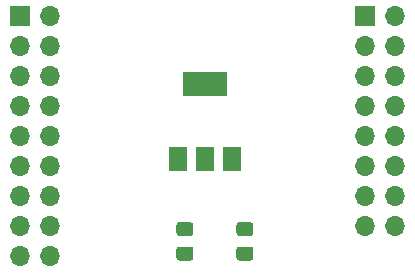
<source format=gts>
G04 #@! TF.GenerationSoftware,KiCad,Pcbnew,(5.1.9-0-10_14)*
G04 #@! TF.CreationDate,2021-05-15T14:25:56+02:00*
G04 #@! TF.ProjectId,Aurora_DSP_I2S_Extender,4175726f-7261-45f4-9453-505f4932535f,1*
G04 #@! TF.SameCoordinates,Original*
G04 #@! TF.FileFunction,Soldermask,Top*
G04 #@! TF.FilePolarity,Negative*
%FSLAX46Y46*%
G04 Gerber Fmt 4.6, Leading zero omitted, Abs format (unit mm)*
G04 Created by KiCad (PCBNEW (5.1.9-0-10_14)) date 2021-05-15 14:25:56*
%MOMM*%
%LPD*%
G01*
G04 APERTURE LIST*
%ADD10R,1.500000X2.000000*%
%ADD11R,3.800000X2.000000*%
%ADD12R,1.700000X1.700000*%
%ADD13O,1.700000X1.700000*%
G04 APERTURE END LIST*
D10*
X-8215000Y8280000D03*
X-3615000Y8280000D03*
X-5915000Y8280000D03*
D11*
X-5915000Y14580000D03*
G36*
G01*
X-2065000Y1720000D02*
X-3015000Y1720000D01*
G75*
G02*
X-3265000Y1970000I0J250000D01*
G01*
X-3265000Y2645000D01*
G75*
G02*
X-3015000Y2895000I250000J0D01*
G01*
X-2065000Y2895000D01*
G75*
G02*
X-1815000Y2645000I0J-250000D01*
G01*
X-1815000Y1970000D01*
G75*
G02*
X-2065000Y1720000I-250000J0D01*
G01*
G37*
G36*
G01*
X-2065000Y-355000D02*
X-3015000Y-355000D01*
G75*
G02*
X-3265000Y-105000I0J250000D01*
G01*
X-3265000Y570000D01*
G75*
G02*
X-3015000Y820000I250000J0D01*
G01*
X-2065000Y820000D01*
G75*
G02*
X-1815000Y570000I0J-250000D01*
G01*
X-1815000Y-105000D01*
G75*
G02*
X-2065000Y-355000I-250000J0D01*
G01*
G37*
G36*
G01*
X-7145000Y-355000D02*
X-8095000Y-355000D01*
G75*
G02*
X-8345000Y-105000I0J250000D01*
G01*
X-8345000Y570000D01*
G75*
G02*
X-8095000Y820000I250000J0D01*
G01*
X-7145000Y820000D01*
G75*
G02*
X-6895000Y570000I0J-250000D01*
G01*
X-6895000Y-105000D01*
G75*
G02*
X-7145000Y-355000I-250000J0D01*
G01*
G37*
G36*
G01*
X-7145000Y1720000D02*
X-8095000Y1720000D01*
G75*
G02*
X-8345000Y1970000I0J250000D01*
G01*
X-8345000Y2645000D01*
G75*
G02*
X-8095000Y2895000I250000J0D01*
G01*
X-7145000Y2895000D01*
G75*
G02*
X-6895000Y2645000I0J-250000D01*
G01*
X-6895000Y1970000D01*
G75*
G02*
X-7145000Y1720000I-250000J0D01*
G01*
G37*
D12*
X7620000Y20320000D03*
D13*
X10160000Y20320000D03*
X7620000Y17780000D03*
X10160000Y17780000D03*
X7620000Y15240000D03*
X10160000Y15240000D03*
X7620000Y12700000D03*
X10160000Y12700000D03*
X7620000Y10160000D03*
X10160000Y10160000D03*
X7620000Y7620000D03*
X10160000Y7620000D03*
X7620000Y5080000D03*
X10160000Y5080000D03*
X7620000Y2540000D03*
X10160000Y2540000D03*
D12*
X-21590000Y20320000D03*
D13*
X-19050000Y20320000D03*
X-21590000Y17780000D03*
X-19050000Y17780000D03*
X-21590000Y15240000D03*
X-19050000Y15240000D03*
X-21590000Y12700000D03*
X-19050000Y12700000D03*
X-21590000Y10160000D03*
X-19050000Y10160000D03*
X-21590000Y7620000D03*
X-19050000Y7620000D03*
X-21590000Y5080000D03*
X-19050000Y5080000D03*
X-21590000Y2540000D03*
X-19050000Y2540000D03*
X-21590000Y0D03*
X-19050000Y0D03*
M02*

</source>
